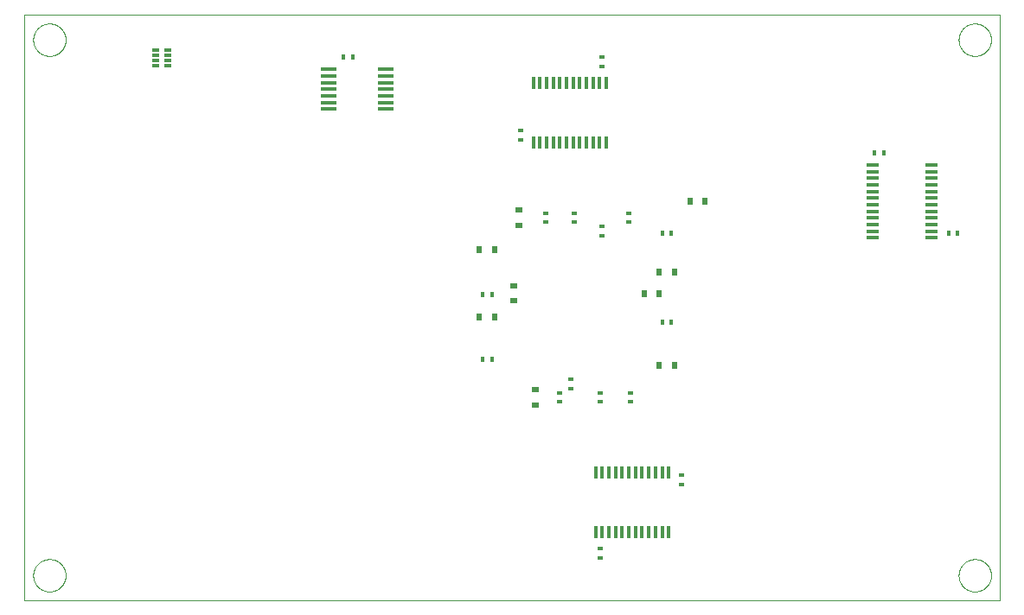
<source format=gbp>
G75*
%MOIN*%
%OFA0B0*%
%FSLAX25Y25*%
%IPPOS*%
%LPD*%
%AMOC8*
5,1,8,0,0,1.08239X$1,22.5*
%
%ADD10C,0.00000*%
%ADD11R,0.01969X0.03150*%
%ADD12R,0.01575X0.01969*%
%ADD13R,0.03150X0.01969*%
%ADD14R,0.01969X0.01575*%
%ADD15R,0.01575X0.04724*%
%ADD16R,0.06299X0.01378*%
%ADD17R,0.02559X0.01181*%
%ADD18R,0.04724X0.01575*%
D10*
X0008730Y0046472D02*
X0008730Y0272457D01*
X0384715Y0272457D01*
X0384715Y0046472D01*
X0008730Y0046472D01*
X0012126Y0056118D02*
X0012128Y0056276D01*
X0012134Y0056433D01*
X0012144Y0056591D01*
X0012158Y0056748D01*
X0012176Y0056904D01*
X0012197Y0057061D01*
X0012223Y0057216D01*
X0012253Y0057371D01*
X0012286Y0057525D01*
X0012324Y0057678D01*
X0012365Y0057831D01*
X0012410Y0057982D01*
X0012459Y0058132D01*
X0012512Y0058280D01*
X0012568Y0058428D01*
X0012629Y0058573D01*
X0012692Y0058718D01*
X0012760Y0058860D01*
X0012831Y0059001D01*
X0012905Y0059140D01*
X0012983Y0059277D01*
X0013065Y0059412D01*
X0013149Y0059545D01*
X0013238Y0059676D01*
X0013329Y0059804D01*
X0013424Y0059931D01*
X0013521Y0060054D01*
X0013622Y0060176D01*
X0013726Y0060294D01*
X0013833Y0060410D01*
X0013943Y0060523D01*
X0014055Y0060634D01*
X0014171Y0060741D01*
X0014289Y0060846D01*
X0014409Y0060948D01*
X0014532Y0061046D01*
X0014658Y0061142D01*
X0014786Y0061234D01*
X0014916Y0061323D01*
X0015048Y0061409D01*
X0015183Y0061491D01*
X0015320Y0061570D01*
X0015458Y0061645D01*
X0015598Y0061717D01*
X0015741Y0061785D01*
X0015884Y0061850D01*
X0016030Y0061911D01*
X0016177Y0061968D01*
X0016325Y0062022D01*
X0016475Y0062072D01*
X0016625Y0062118D01*
X0016777Y0062160D01*
X0016930Y0062199D01*
X0017084Y0062233D01*
X0017239Y0062264D01*
X0017394Y0062290D01*
X0017550Y0062313D01*
X0017707Y0062332D01*
X0017864Y0062347D01*
X0018021Y0062358D01*
X0018179Y0062365D01*
X0018337Y0062368D01*
X0018494Y0062367D01*
X0018652Y0062362D01*
X0018809Y0062353D01*
X0018967Y0062340D01*
X0019123Y0062323D01*
X0019280Y0062302D01*
X0019435Y0062278D01*
X0019590Y0062249D01*
X0019745Y0062216D01*
X0019898Y0062180D01*
X0020051Y0062139D01*
X0020202Y0062095D01*
X0020352Y0062047D01*
X0020501Y0061996D01*
X0020649Y0061940D01*
X0020795Y0061881D01*
X0020940Y0061818D01*
X0021083Y0061751D01*
X0021224Y0061681D01*
X0021363Y0061608D01*
X0021501Y0061531D01*
X0021637Y0061450D01*
X0021770Y0061366D01*
X0021901Y0061279D01*
X0022030Y0061188D01*
X0022157Y0061094D01*
X0022282Y0060997D01*
X0022403Y0060897D01*
X0022523Y0060794D01*
X0022639Y0060688D01*
X0022753Y0060579D01*
X0022865Y0060467D01*
X0022973Y0060353D01*
X0023078Y0060235D01*
X0023181Y0060115D01*
X0023280Y0059993D01*
X0023376Y0059868D01*
X0023469Y0059740D01*
X0023559Y0059611D01*
X0023645Y0059479D01*
X0023729Y0059345D01*
X0023808Y0059209D01*
X0023885Y0059071D01*
X0023957Y0058931D01*
X0024026Y0058789D01*
X0024092Y0058646D01*
X0024154Y0058501D01*
X0024212Y0058354D01*
X0024267Y0058206D01*
X0024318Y0058057D01*
X0024365Y0057906D01*
X0024408Y0057755D01*
X0024447Y0057602D01*
X0024483Y0057448D01*
X0024514Y0057294D01*
X0024542Y0057139D01*
X0024566Y0056983D01*
X0024586Y0056826D01*
X0024602Y0056669D01*
X0024614Y0056512D01*
X0024622Y0056355D01*
X0024626Y0056197D01*
X0024626Y0056039D01*
X0024622Y0055881D01*
X0024614Y0055724D01*
X0024602Y0055567D01*
X0024586Y0055410D01*
X0024566Y0055253D01*
X0024542Y0055097D01*
X0024514Y0054942D01*
X0024483Y0054788D01*
X0024447Y0054634D01*
X0024408Y0054481D01*
X0024365Y0054330D01*
X0024318Y0054179D01*
X0024267Y0054030D01*
X0024212Y0053882D01*
X0024154Y0053735D01*
X0024092Y0053590D01*
X0024026Y0053447D01*
X0023957Y0053305D01*
X0023885Y0053165D01*
X0023808Y0053027D01*
X0023729Y0052891D01*
X0023645Y0052757D01*
X0023559Y0052625D01*
X0023469Y0052496D01*
X0023376Y0052368D01*
X0023280Y0052243D01*
X0023181Y0052121D01*
X0023078Y0052001D01*
X0022973Y0051883D01*
X0022865Y0051769D01*
X0022753Y0051657D01*
X0022639Y0051548D01*
X0022523Y0051442D01*
X0022403Y0051339D01*
X0022282Y0051239D01*
X0022157Y0051142D01*
X0022030Y0051048D01*
X0021901Y0050957D01*
X0021770Y0050870D01*
X0021637Y0050786D01*
X0021501Y0050705D01*
X0021363Y0050628D01*
X0021224Y0050555D01*
X0021083Y0050485D01*
X0020940Y0050418D01*
X0020795Y0050355D01*
X0020649Y0050296D01*
X0020501Y0050240D01*
X0020352Y0050189D01*
X0020202Y0050141D01*
X0020051Y0050097D01*
X0019898Y0050056D01*
X0019745Y0050020D01*
X0019590Y0049987D01*
X0019435Y0049958D01*
X0019280Y0049934D01*
X0019123Y0049913D01*
X0018967Y0049896D01*
X0018809Y0049883D01*
X0018652Y0049874D01*
X0018494Y0049869D01*
X0018337Y0049868D01*
X0018179Y0049871D01*
X0018021Y0049878D01*
X0017864Y0049889D01*
X0017707Y0049904D01*
X0017550Y0049923D01*
X0017394Y0049946D01*
X0017239Y0049972D01*
X0017084Y0050003D01*
X0016930Y0050037D01*
X0016777Y0050076D01*
X0016625Y0050118D01*
X0016475Y0050164D01*
X0016325Y0050214D01*
X0016177Y0050268D01*
X0016030Y0050325D01*
X0015884Y0050386D01*
X0015741Y0050451D01*
X0015598Y0050519D01*
X0015458Y0050591D01*
X0015320Y0050666D01*
X0015183Y0050745D01*
X0015048Y0050827D01*
X0014916Y0050913D01*
X0014786Y0051002D01*
X0014658Y0051094D01*
X0014532Y0051190D01*
X0014409Y0051288D01*
X0014289Y0051390D01*
X0014171Y0051495D01*
X0014055Y0051602D01*
X0013943Y0051713D01*
X0013833Y0051826D01*
X0013726Y0051942D01*
X0013622Y0052060D01*
X0013521Y0052182D01*
X0013424Y0052305D01*
X0013329Y0052432D01*
X0013238Y0052560D01*
X0013149Y0052691D01*
X0013065Y0052824D01*
X0012983Y0052959D01*
X0012905Y0053096D01*
X0012831Y0053235D01*
X0012760Y0053376D01*
X0012692Y0053518D01*
X0012629Y0053663D01*
X0012568Y0053808D01*
X0012512Y0053956D01*
X0012459Y0054104D01*
X0012410Y0054254D01*
X0012365Y0054405D01*
X0012324Y0054558D01*
X0012286Y0054711D01*
X0012253Y0054865D01*
X0012223Y0055020D01*
X0012197Y0055175D01*
X0012176Y0055332D01*
X0012158Y0055488D01*
X0012144Y0055645D01*
X0012134Y0055803D01*
X0012128Y0055960D01*
X0012126Y0056118D01*
X0012126Y0262811D02*
X0012128Y0262969D01*
X0012134Y0263126D01*
X0012144Y0263284D01*
X0012158Y0263441D01*
X0012176Y0263597D01*
X0012197Y0263754D01*
X0012223Y0263909D01*
X0012253Y0264064D01*
X0012286Y0264218D01*
X0012324Y0264371D01*
X0012365Y0264524D01*
X0012410Y0264675D01*
X0012459Y0264825D01*
X0012512Y0264973D01*
X0012568Y0265121D01*
X0012629Y0265266D01*
X0012692Y0265411D01*
X0012760Y0265553D01*
X0012831Y0265694D01*
X0012905Y0265833D01*
X0012983Y0265970D01*
X0013065Y0266105D01*
X0013149Y0266238D01*
X0013238Y0266369D01*
X0013329Y0266497D01*
X0013424Y0266624D01*
X0013521Y0266747D01*
X0013622Y0266869D01*
X0013726Y0266987D01*
X0013833Y0267103D01*
X0013943Y0267216D01*
X0014055Y0267327D01*
X0014171Y0267434D01*
X0014289Y0267539D01*
X0014409Y0267641D01*
X0014532Y0267739D01*
X0014658Y0267835D01*
X0014786Y0267927D01*
X0014916Y0268016D01*
X0015048Y0268102D01*
X0015183Y0268184D01*
X0015320Y0268263D01*
X0015458Y0268338D01*
X0015598Y0268410D01*
X0015741Y0268478D01*
X0015884Y0268543D01*
X0016030Y0268604D01*
X0016177Y0268661D01*
X0016325Y0268715D01*
X0016475Y0268765D01*
X0016625Y0268811D01*
X0016777Y0268853D01*
X0016930Y0268892D01*
X0017084Y0268926D01*
X0017239Y0268957D01*
X0017394Y0268983D01*
X0017550Y0269006D01*
X0017707Y0269025D01*
X0017864Y0269040D01*
X0018021Y0269051D01*
X0018179Y0269058D01*
X0018337Y0269061D01*
X0018494Y0269060D01*
X0018652Y0269055D01*
X0018809Y0269046D01*
X0018967Y0269033D01*
X0019123Y0269016D01*
X0019280Y0268995D01*
X0019435Y0268971D01*
X0019590Y0268942D01*
X0019745Y0268909D01*
X0019898Y0268873D01*
X0020051Y0268832D01*
X0020202Y0268788D01*
X0020352Y0268740D01*
X0020501Y0268689D01*
X0020649Y0268633D01*
X0020795Y0268574D01*
X0020940Y0268511D01*
X0021083Y0268444D01*
X0021224Y0268374D01*
X0021363Y0268301D01*
X0021501Y0268224D01*
X0021637Y0268143D01*
X0021770Y0268059D01*
X0021901Y0267972D01*
X0022030Y0267881D01*
X0022157Y0267787D01*
X0022282Y0267690D01*
X0022403Y0267590D01*
X0022523Y0267487D01*
X0022639Y0267381D01*
X0022753Y0267272D01*
X0022865Y0267160D01*
X0022973Y0267046D01*
X0023078Y0266928D01*
X0023181Y0266808D01*
X0023280Y0266686D01*
X0023376Y0266561D01*
X0023469Y0266433D01*
X0023559Y0266304D01*
X0023645Y0266172D01*
X0023729Y0266038D01*
X0023808Y0265902D01*
X0023885Y0265764D01*
X0023957Y0265624D01*
X0024026Y0265482D01*
X0024092Y0265339D01*
X0024154Y0265194D01*
X0024212Y0265047D01*
X0024267Y0264899D01*
X0024318Y0264750D01*
X0024365Y0264599D01*
X0024408Y0264448D01*
X0024447Y0264295D01*
X0024483Y0264141D01*
X0024514Y0263987D01*
X0024542Y0263832D01*
X0024566Y0263676D01*
X0024586Y0263519D01*
X0024602Y0263362D01*
X0024614Y0263205D01*
X0024622Y0263048D01*
X0024626Y0262890D01*
X0024626Y0262732D01*
X0024622Y0262574D01*
X0024614Y0262417D01*
X0024602Y0262260D01*
X0024586Y0262103D01*
X0024566Y0261946D01*
X0024542Y0261790D01*
X0024514Y0261635D01*
X0024483Y0261481D01*
X0024447Y0261327D01*
X0024408Y0261174D01*
X0024365Y0261023D01*
X0024318Y0260872D01*
X0024267Y0260723D01*
X0024212Y0260575D01*
X0024154Y0260428D01*
X0024092Y0260283D01*
X0024026Y0260140D01*
X0023957Y0259998D01*
X0023885Y0259858D01*
X0023808Y0259720D01*
X0023729Y0259584D01*
X0023645Y0259450D01*
X0023559Y0259318D01*
X0023469Y0259189D01*
X0023376Y0259061D01*
X0023280Y0258936D01*
X0023181Y0258814D01*
X0023078Y0258694D01*
X0022973Y0258576D01*
X0022865Y0258462D01*
X0022753Y0258350D01*
X0022639Y0258241D01*
X0022523Y0258135D01*
X0022403Y0258032D01*
X0022282Y0257932D01*
X0022157Y0257835D01*
X0022030Y0257741D01*
X0021901Y0257650D01*
X0021770Y0257563D01*
X0021637Y0257479D01*
X0021501Y0257398D01*
X0021363Y0257321D01*
X0021224Y0257248D01*
X0021083Y0257178D01*
X0020940Y0257111D01*
X0020795Y0257048D01*
X0020649Y0256989D01*
X0020501Y0256933D01*
X0020352Y0256882D01*
X0020202Y0256834D01*
X0020051Y0256790D01*
X0019898Y0256749D01*
X0019745Y0256713D01*
X0019590Y0256680D01*
X0019435Y0256651D01*
X0019280Y0256627D01*
X0019123Y0256606D01*
X0018967Y0256589D01*
X0018809Y0256576D01*
X0018652Y0256567D01*
X0018494Y0256562D01*
X0018337Y0256561D01*
X0018179Y0256564D01*
X0018021Y0256571D01*
X0017864Y0256582D01*
X0017707Y0256597D01*
X0017550Y0256616D01*
X0017394Y0256639D01*
X0017239Y0256665D01*
X0017084Y0256696D01*
X0016930Y0256730D01*
X0016777Y0256769D01*
X0016625Y0256811D01*
X0016475Y0256857D01*
X0016325Y0256907D01*
X0016177Y0256961D01*
X0016030Y0257018D01*
X0015884Y0257079D01*
X0015741Y0257144D01*
X0015598Y0257212D01*
X0015458Y0257284D01*
X0015320Y0257359D01*
X0015183Y0257438D01*
X0015048Y0257520D01*
X0014916Y0257606D01*
X0014786Y0257695D01*
X0014658Y0257787D01*
X0014532Y0257883D01*
X0014409Y0257981D01*
X0014289Y0258083D01*
X0014171Y0258188D01*
X0014055Y0258295D01*
X0013943Y0258406D01*
X0013833Y0258519D01*
X0013726Y0258635D01*
X0013622Y0258753D01*
X0013521Y0258875D01*
X0013424Y0258998D01*
X0013329Y0259125D01*
X0013238Y0259253D01*
X0013149Y0259384D01*
X0013065Y0259517D01*
X0012983Y0259652D01*
X0012905Y0259789D01*
X0012831Y0259928D01*
X0012760Y0260069D01*
X0012692Y0260211D01*
X0012629Y0260356D01*
X0012568Y0260501D01*
X0012512Y0260649D01*
X0012459Y0260797D01*
X0012410Y0260947D01*
X0012365Y0261098D01*
X0012324Y0261251D01*
X0012286Y0261404D01*
X0012253Y0261558D01*
X0012223Y0261713D01*
X0012197Y0261868D01*
X0012176Y0262025D01*
X0012158Y0262181D01*
X0012144Y0262338D01*
X0012134Y0262496D01*
X0012128Y0262653D01*
X0012126Y0262811D01*
X0368819Y0262811D02*
X0368821Y0262969D01*
X0368827Y0263126D01*
X0368837Y0263284D01*
X0368851Y0263441D01*
X0368869Y0263597D01*
X0368890Y0263754D01*
X0368916Y0263909D01*
X0368946Y0264064D01*
X0368979Y0264218D01*
X0369017Y0264371D01*
X0369058Y0264524D01*
X0369103Y0264675D01*
X0369152Y0264825D01*
X0369205Y0264973D01*
X0369261Y0265121D01*
X0369322Y0265266D01*
X0369385Y0265411D01*
X0369453Y0265553D01*
X0369524Y0265694D01*
X0369598Y0265833D01*
X0369676Y0265970D01*
X0369758Y0266105D01*
X0369842Y0266238D01*
X0369931Y0266369D01*
X0370022Y0266497D01*
X0370117Y0266624D01*
X0370214Y0266747D01*
X0370315Y0266869D01*
X0370419Y0266987D01*
X0370526Y0267103D01*
X0370636Y0267216D01*
X0370748Y0267327D01*
X0370864Y0267434D01*
X0370982Y0267539D01*
X0371102Y0267641D01*
X0371225Y0267739D01*
X0371351Y0267835D01*
X0371479Y0267927D01*
X0371609Y0268016D01*
X0371741Y0268102D01*
X0371876Y0268184D01*
X0372013Y0268263D01*
X0372151Y0268338D01*
X0372291Y0268410D01*
X0372434Y0268478D01*
X0372577Y0268543D01*
X0372723Y0268604D01*
X0372870Y0268661D01*
X0373018Y0268715D01*
X0373168Y0268765D01*
X0373318Y0268811D01*
X0373470Y0268853D01*
X0373623Y0268892D01*
X0373777Y0268926D01*
X0373932Y0268957D01*
X0374087Y0268983D01*
X0374243Y0269006D01*
X0374400Y0269025D01*
X0374557Y0269040D01*
X0374714Y0269051D01*
X0374872Y0269058D01*
X0375030Y0269061D01*
X0375187Y0269060D01*
X0375345Y0269055D01*
X0375502Y0269046D01*
X0375660Y0269033D01*
X0375816Y0269016D01*
X0375973Y0268995D01*
X0376128Y0268971D01*
X0376283Y0268942D01*
X0376438Y0268909D01*
X0376591Y0268873D01*
X0376744Y0268832D01*
X0376895Y0268788D01*
X0377045Y0268740D01*
X0377194Y0268689D01*
X0377342Y0268633D01*
X0377488Y0268574D01*
X0377633Y0268511D01*
X0377776Y0268444D01*
X0377917Y0268374D01*
X0378056Y0268301D01*
X0378194Y0268224D01*
X0378330Y0268143D01*
X0378463Y0268059D01*
X0378594Y0267972D01*
X0378723Y0267881D01*
X0378850Y0267787D01*
X0378975Y0267690D01*
X0379096Y0267590D01*
X0379216Y0267487D01*
X0379332Y0267381D01*
X0379446Y0267272D01*
X0379558Y0267160D01*
X0379666Y0267046D01*
X0379771Y0266928D01*
X0379874Y0266808D01*
X0379973Y0266686D01*
X0380069Y0266561D01*
X0380162Y0266433D01*
X0380252Y0266304D01*
X0380338Y0266172D01*
X0380422Y0266038D01*
X0380501Y0265902D01*
X0380578Y0265764D01*
X0380650Y0265624D01*
X0380719Y0265482D01*
X0380785Y0265339D01*
X0380847Y0265194D01*
X0380905Y0265047D01*
X0380960Y0264899D01*
X0381011Y0264750D01*
X0381058Y0264599D01*
X0381101Y0264448D01*
X0381140Y0264295D01*
X0381176Y0264141D01*
X0381207Y0263987D01*
X0381235Y0263832D01*
X0381259Y0263676D01*
X0381279Y0263519D01*
X0381295Y0263362D01*
X0381307Y0263205D01*
X0381315Y0263048D01*
X0381319Y0262890D01*
X0381319Y0262732D01*
X0381315Y0262574D01*
X0381307Y0262417D01*
X0381295Y0262260D01*
X0381279Y0262103D01*
X0381259Y0261946D01*
X0381235Y0261790D01*
X0381207Y0261635D01*
X0381176Y0261481D01*
X0381140Y0261327D01*
X0381101Y0261174D01*
X0381058Y0261023D01*
X0381011Y0260872D01*
X0380960Y0260723D01*
X0380905Y0260575D01*
X0380847Y0260428D01*
X0380785Y0260283D01*
X0380719Y0260140D01*
X0380650Y0259998D01*
X0380578Y0259858D01*
X0380501Y0259720D01*
X0380422Y0259584D01*
X0380338Y0259450D01*
X0380252Y0259318D01*
X0380162Y0259189D01*
X0380069Y0259061D01*
X0379973Y0258936D01*
X0379874Y0258814D01*
X0379771Y0258694D01*
X0379666Y0258576D01*
X0379558Y0258462D01*
X0379446Y0258350D01*
X0379332Y0258241D01*
X0379216Y0258135D01*
X0379096Y0258032D01*
X0378975Y0257932D01*
X0378850Y0257835D01*
X0378723Y0257741D01*
X0378594Y0257650D01*
X0378463Y0257563D01*
X0378330Y0257479D01*
X0378194Y0257398D01*
X0378056Y0257321D01*
X0377917Y0257248D01*
X0377776Y0257178D01*
X0377633Y0257111D01*
X0377488Y0257048D01*
X0377342Y0256989D01*
X0377194Y0256933D01*
X0377045Y0256882D01*
X0376895Y0256834D01*
X0376744Y0256790D01*
X0376591Y0256749D01*
X0376438Y0256713D01*
X0376283Y0256680D01*
X0376128Y0256651D01*
X0375973Y0256627D01*
X0375816Y0256606D01*
X0375660Y0256589D01*
X0375502Y0256576D01*
X0375345Y0256567D01*
X0375187Y0256562D01*
X0375030Y0256561D01*
X0374872Y0256564D01*
X0374714Y0256571D01*
X0374557Y0256582D01*
X0374400Y0256597D01*
X0374243Y0256616D01*
X0374087Y0256639D01*
X0373932Y0256665D01*
X0373777Y0256696D01*
X0373623Y0256730D01*
X0373470Y0256769D01*
X0373318Y0256811D01*
X0373168Y0256857D01*
X0373018Y0256907D01*
X0372870Y0256961D01*
X0372723Y0257018D01*
X0372577Y0257079D01*
X0372434Y0257144D01*
X0372291Y0257212D01*
X0372151Y0257284D01*
X0372013Y0257359D01*
X0371876Y0257438D01*
X0371741Y0257520D01*
X0371609Y0257606D01*
X0371479Y0257695D01*
X0371351Y0257787D01*
X0371225Y0257883D01*
X0371102Y0257981D01*
X0370982Y0258083D01*
X0370864Y0258188D01*
X0370748Y0258295D01*
X0370636Y0258406D01*
X0370526Y0258519D01*
X0370419Y0258635D01*
X0370315Y0258753D01*
X0370214Y0258875D01*
X0370117Y0258998D01*
X0370022Y0259125D01*
X0369931Y0259253D01*
X0369842Y0259384D01*
X0369758Y0259517D01*
X0369676Y0259652D01*
X0369598Y0259789D01*
X0369524Y0259928D01*
X0369453Y0260069D01*
X0369385Y0260211D01*
X0369322Y0260356D01*
X0369261Y0260501D01*
X0369205Y0260649D01*
X0369152Y0260797D01*
X0369103Y0260947D01*
X0369058Y0261098D01*
X0369017Y0261251D01*
X0368979Y0261404D01*
X0368946Y0261558D01*
X0368916Y0261713D01*
X0368890Y0261868D01*
X0368869Y0262025D01*
X0368851Y0262181D01*
X0368837Y0262338D01*
X0368827Y0262496D01*
X0368821Y0262653D01*
X0368819Y0262811D01*
X0368819Y0056118D02*
X0368821Y0056276D01*
X0368827Y0056433D01*
X0368837Y0056591D01*
X0368851Y0056748D01*
X0368869Y0056904D01*
X0368890Y0057061D01*
X0368916Y0057216D01*
X0368946Y0057371D01*
X0368979Y0057525D01*
X0369017Y0057678D01*
X0369058Y0057831D01*
X0369103Y0057982D01*
X0369152Y0058132D01*
X0369205Y0058280D01*
X0369261Y0058428D01*
X0369322Y0058573D01*
X0369385Y0058718D01*
X0369453Y0058860D01*
X0369524Y0059001D01*
X0369598Y0059140D01*
X0369676Y0059277D01*
X0369758Y0059412D01*
X0369842Y0059545D01*
X0369931Y0059676D01*
X0370022Y0059804D01*
X0370117Y0059931D01*
X0370214Y0060054D01*
X0370315Y0060176D01*
X0370419Y0060294D01*
X0370526Y0060410D01*
X0370636Y0060523D01*
X0370748Y0060634D01*
X0370864Y0060741D01*
X0370982Y0060846D01*
X0371102Y0060948D01*
X0371225Y0061046D01*
X0371351Y0061142D01*
X0371479Y0061234D01*
X0371609Y0061323D01*
X0371741Y0061409D01*
X0371876Y0061491D01*
X0372013Y0061570D01*
X0372151Y0061645D01*
X0372291Y0061717D01*
X0372434Y0061785D01*
X0372577Y0061850D01*
X0372723Y0061911D01*
X0372870Y0061968D01*
X0373018Y0062022D01*
X0373168Y0062072D01*
X0373318Y0062118D01*
X0373470Y0062160D01*
X0373623Y0062199D01*
X0373777Y0062233D01*
X0373932Y0062264D01*
X0374087Y0062290D01*
X0374243Y0062313D01*
X0374400Y0062332D01*
X0374557Y0062347D01*
X0374714Y0062358D01*
X0374872Y0062365D01*
X0375030Y0062368D01*
X0375187Y0062367D01*
X0375345Y0062362D01*
X0375502Y0062353D01*
X0375660Y0062340D01*
X0375816Y0062323D01*
X0375973Y0062302D01*
X0376128Y0062278D01*
X0376283Y0062249D01*
X0376438Y0062216D01*
X0376591Y0062180D01*
X0376744Y0062139D01*
X0376895Y0062095D01*
X0377045Y0062047D01*
X0377194Y0061996D01*
X0377342Y0061940D01*
X0377488Y0061881D01*
X0377633Y0061818D01*
X0377776Y0061751D01*
X0377917Y0061681D01*
X0378056Y0061608D01*
X0378194Y0061531D01*
X0378330Y0061450D01*
X0378463Y0061366D01*
X0378594Y0061279D01*
X0378723Y0061188D01*
X0378850Y0061094D01*
X0378975Y0060997D01*
X0379096Y0060897D01*
X0379216Y0060794D01*
X0379332Y0060688D01*
X0379446Y0060579D01*
X0379558Y0060467D01*
X0379666Y0060353D01*
X0379771Y0060235D01*
X0379874Y0060115D01*
X0379973Y0059993D01*
X0380069Y0059868D01*
X0380162Y0059740D01*
X0380252Y0059611D01*
X0380338Y0059479D01*
X0380422Y0059345D01*
X0380501Y0059209D01*
X0380578Y0059071D01*
X0380650Y0058931D01*
X0380719Y0058789D01*
X0380785Y0058646D01*
X0380847Y0058501D01*
X0380905Y0058354D01*
X0380960Y0058206D01*
X0381011Y0058057D01*
X0381058Y0057906D01*
X0381101Y0057755D01*
X0381140Y0057602D01*
X0381176Y0057448D01*
X0381207Y0057294D01*
X0381235Y0057139D01*
X0381259Y0056983D01*
X0381279Y0056826D01*
X0381295Y0056669D01*
X0381307Y0056512D01*
X0381315Y0056355D01*
X0381319Y0056197D01*
X0381319Y0056039D01*
X0381315Y0055881D01*
X0381307Y0055724D01*
X0381295Y0055567D01*
X0381279Y0055410D01*
X0381259Y0055253D01*
X0381235Y0055097D01*
X0381207Y0054942D01*
X0381176Y0054788D01*
X0381140Y0054634D01*
X0381101Y0054481D01*
X0381058Y0054330D01*
X0381011Y0054179D01*
X0380960Y0054030D01*
X0380905Y0053882D01*
X0380847Y0053735D01*
X0380785Y0053590D01*
X0380719Y0053447D01*
X0380650Y0053305D01*
X0380578Y0053165D01*
X0380501Y0053027D01*
X0380422Y0052891D01*
X0380338Y0052757D01*
X0380252Y0052625D01*
X0380162Y0052496D01*
X0380069Y0052368D01*
X0379973Y0052243D01*
X0379874Y0052121D01*
X0379771Y0052001D01*
X0379666Y0051883D01*
X0379558Y0051769D01*
X0379446Y0051657D01*
X0379332Y0051548D01*
X0379216Y0051442D01*
X0379096Y0051339D01*
X0378975Y0051239D01*
X0378850Y0051142D01*
X0378723Y0051048D01*
X0378594Y0050957D01*
X0378463Y0050870D01*
X0378330Y0050786D01*
X0378194Y0050705D01*
X0378056Y0050628D01*
X0377917Y0050555D01*
X0377776Y0050485D01*
X0377633Y0050418D01*
X0377488Y0050355D01*
X0377342Y0050296D01*
X0377194Y0050240D01*
X0377045Y0050189D01*
X0376895Y0050141D01*
X0376744Y0050097D01*
X0376591Y0050056D01*
X0376438Y0050020D01*
X0376283Y0049987D01*
X0376128Y0049958D01*
X0375973Y0049934D01*
X0375816Y0049913D01*
X0375660Y0049896D01*
X0375502Y0049883D01*
X0375345Y0049874D01*
X0375187Y0049869D01*
X0375030Y0049868D01*
X0374872Y0049871D01*
X0374714Y0049878D01*
X0374557Y0049889D01*
X0374400Y0049904D01*
X0374243Y0049923D01*
X0374087Y0049946D01*
X0373932Y0049972D01*
X0373777Y0050003D01*
X0373623Y0050037D01*
X0373470Y0050076D01*
X0373318Y0050118D01*
X0373168Y0050164D01*
X0373018Y0050214D01*
X0372870Y0050268D01*
X0372723Y0050325D01*
X0372577Y0050386D01*
X0372434Y0050451D01*
X0372291Y0050519D01*
X0372151Y0050591D01*
X0372013Y0050666D01*
X0371876Y0050745D01*
X0371741Y0050827D01*
X0371609Y0050913D01*
X0371479Y0051002D01*
X0371351Y0051094D01*
X0371225Y0051190D01*
X0371102Y0051288D01*
X0370982Y0051390D01*
X0370864Y0051495D01*
X0370748Y0051602D01*
X0370636Y0051713D01*
X0370526Y0051826D01*
X0370419Y0051942D01*
X0370315Y0052060D01*
X0370214Y0052182D01*
X0370117Y0052305D01*
X0370022Y0052432D01*
X0369931Y0052560D01*
X0369842Y0052691D01*
X0369758Y0052824D01*
X0369676Y0052959D01*
X0369598Y0053096D01*
X0369524Y0053235D01*
X0369453Y0053376D01*
X0369385Y0053518D01*
X0369322Y0053663D01*
X0369261Y0053808D01*
X0369205Y0053956D01*
X0369152Y0054104D01*
X0369103Y0054254D01*
X0369058Y0054405D01*
X0369017Y0054558D01*
X0368979Y0054711D01*
X0368946Y0054865D01*
X0368916Y0055020D01*
X0368890Y0055175D01*
X0368869Y0055332D01*
X0368851Y0055488D01*
X0368837Y0055645D01*
X0368827Y0055803D01*
X0368821Y0055960D01*
X0368819Y0056118D01*
D11*
X0259321Y0137024D03*
X0253415Y0137024D03*
X0253415Y0164976D03*
X0247510Y0164976D03*
X0253415Y0173244D03*
X0259321Y0173244D03*
X0265226Y0200409D03*
X0271132Y0200409D03*
X0190030Y0181906D03*
X0184124Y0181906D03*
X0184124Y0155921D03*
X0190030Y0155921D03*
D12*
X0188848Y0164583D03*
X0185305Y0164583D03*
X0185305Y0139386D03*
X0188848Y0139386D03*
X0254596Y0153953D03*
X0258140Y0153953D03*
X0258140Y0188205D03*
X0254596Y0188205D03*
X0336486Y0219307D03*
X0340030Y0219307D03*
X0364833Y0188205D03*
X0368376Y0188205D03*
X0135305Y0256315D03*
X0131762Y0256315D03*
D13*
X0199281Y0197063D03*
X0199281Y0191157D03*
X0197313Y0167929D03*
X0197313Y0162024D03*
X0205581Y0127772D03*
X0205581Y0121866D03*
D14*
X0215030Y0123047D03*
X0215030Y0126591D03*
X0219360Y0128165D03*
X0219360Y0131709D03*
X0230778Y0126591D03*
X0230778Y0123047D03*
X0242195Y0123047D03*
X0242195Y0126591D03*
X0261880Y0094701D03*
X0261880Y0091157D03*
X0230778Y0066354D03*
X0230778Y0062811D03*
X0231171Y0187220D03*
X0231171Y0190764D03*
X0241801Y0192339D03*
X0241801Y0195882D03*
X0220541Y0195882D03*
X0220541Y0192339D03*
X0209518Y0192339D03*
X0209518Y0195882D03*
X0200069Y0224228D03*
X0200069Y0227772D03*
X0231171Y0252575D03*
X0231171Y0256118D03*
D15*
X0230482Y0246079D03*
X0227923Y0246079D03*
X0225364Y0246079D03*
X0222805Y0246079D03*
X0220246Y0246079D03*
X0217687Y0246079D03*
X0215128Y0246079D03*
X0212569Y0246079D03*
X0210010Y0246079D03*
X0207451Y0246079D03*
X0204892Y0246079D03*
X0233041Y0246079D03*
X0233041Y0223244D03*
X0230482Y0223244D03*
X0227923Y0223244D03*
X0225364Y0223244D03*
X0222805Y0223244D03*
X0220246Y0223244D03*
X0217687Y0223244D03*
X0215128Y0223244D03*
X0212569Y0223244D03*
X0210010Y0223244D03*
X0207451Y0223244D03*
X0204892Y0223244D03*
X0228907Y0095685D03*
X0231467Y0095685D03*
X0234026Y0095685D03*
X0236585Y0095685D03*
X0239144Y0095685D03*
X0241703Y0095685D03*
X0244262Y0095685D03*
X0246821Y0095685D03*
X0249380Y0095685D03*
X0251939Y0095685D03*
X0254498Y0095685D03*
X0257057Y0095685D03*
X0257057Y0072850D03*
X0254498Y0072850D03*
X0251939Y0072850D03*
X0249380Y0072850D03*
X0246821Y0072850D03*
X0244262Y0072850D03*
X0241703Y0072850D03*
X0239144Y0072850D03*
X0236585Y0072850D03*
X0234026Y0072850D03*
X0231467Y0072850D03*
X0228907Y0072850D03*
D16*
X0148100Y0236039D03*
X0148100Y0238598D03*
X0148100Y0241157D03*
X0148100Y0243717D03*
X0148100Y0246276D03*
X0148100Y0248835D03*
X0148100Y0251394D03*
X0126053Y0251394D03*
X0126053Y0248835D03*
X0126053Y0246276D03*
X0126053Y0243717D03*
X0126053Y0241157D03*
X0126053Y0238598D03*
X0126053Y0236039D03*
D17*
X0063913Y0252969D03*
X0063913Y0254937D03*
X0063913Y0256906D03*
X0063913Y0258874D03*
X0059386Y0258874D03*
X0059386Y0256906D03*
X0059386Y0254937D03*
X0059386Y0252969D03*
D18*
X0335502Y0214484D03*
X0335502Y0211925D03*
X0335502Y0209366D03*
X0335502Y0206807D03*
X0335502Y0204248D03*
X0335502Y0201689D03*
X0335502Y0199130D03*
X0335502Y0196571D03*
X0335502Y0194012D03*
X0335502Y0191453D03*
X0335502Y0188894D03*
X0335502Y0186335D03*
X0358337Y0186335D03*
X0358337Y0188894D03*
X0358337Y0191453D03*
X0358337Y0194012D03*
X0358337Y0196571D03*
X0358337Y0199130D03*
X0358337Y0201689D03*
X0358337Y0204248D03*
X0358337Y0206807D03*
X0358337Y0209366D03*
X0358337Y0211925D03*
X0358337Y0214484D03*
M02*

</source>
